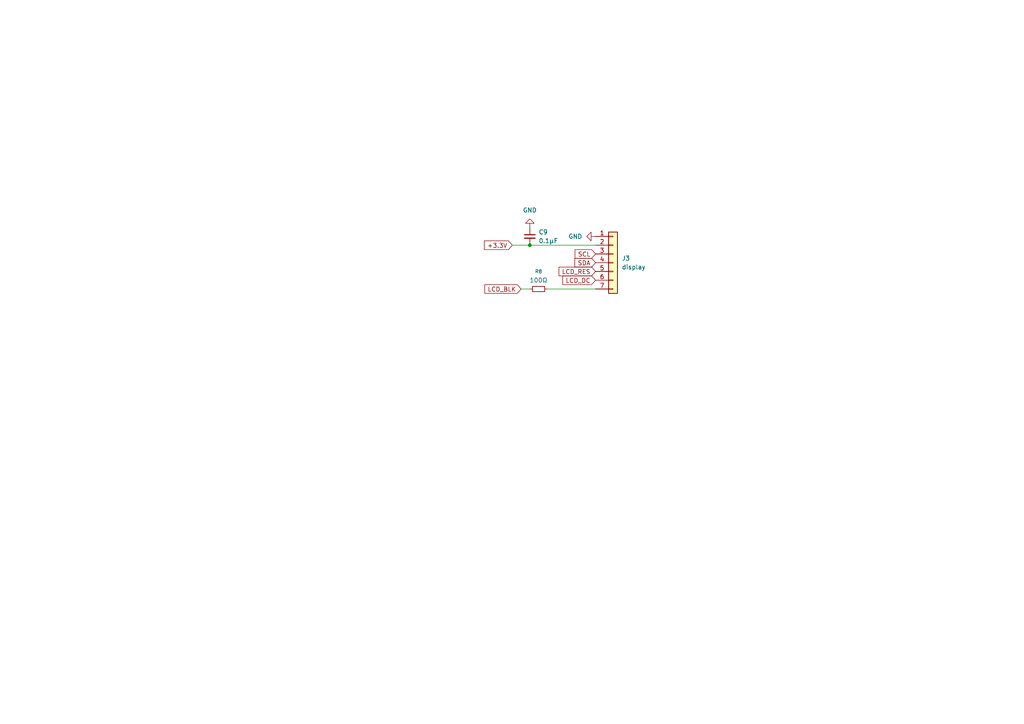
<source format=kicad_sch>
(kicad_sch (version 20250114) (generator "eeschema") (generator_version "9.0")
  (paper "A4")
  (lib_symbols
    (symbol "Connector_Generic:Conn_01x07" (pin_names (offset 1.016) (hide yes))
      (property "Reference" "J" (at 0 10.16 0))
      (property "Value" "Conn_01x07" (at 0 -10.16 0))
      (symbol "Conn_01x07_1_1"
        (rectangle (start -1.27 8.89) (end 1.27 -8.89) (stroke (width 0.254)) (fill (type background)))
        (rectangle (start -1.27 7.747) (end 0 7.493) (stroke (width 0.1524)))
        (rectangle (start -1.27 5.207) (end 0 4.953) (stroke (width 0.1524)))
        (rectangle (start -1.27 2.667) (end 0 2.413) (stroke (width 0.1524)))
        (rectangle (start -1.27 0.127) (end 0 -0.127) (stroke (width 0.1524)))
        (rectangle (start -1.27 -2.413) (end 0 -2.667) (stroke (width 0.1524)))
        (rectangle (start -1.27 -4.953) (end 0 -5.207) (stroke (width 0.1524)))
        (rectangle (start -1.27 -7.493) (end 0 -7.747) (stroke (width 0.1524)))
        (pin passive line (at -5.08 7.62 0) (length 3.81) (name "Pin_1") (number "1"))
        (pin passive line (at -5.08 5.08 0) (length 3.81) (name "Pin_2") (number "2"))
        (pin passive line (at -5.08 2.54 0) (length 3.81) (name "Pin_3") (number "3"))
        (pin passive line (at -5.08 0 0) (length 3.81) (name "Pin_4") (number "4"))
        (pin passive line (at -5.08 -2.54 0) (length 3.81) (name "Pin_5") (number "5"))
        (pin passive line (at -5.08 -5.08 0) (length 3.81) (name "Pin_6") (number "6"))
        (pin passive line (at -5.08 -7.62 0) (length 3.81) (name "Pin_7") (number "7"))
      )
    )
    (symbol "Device:C_Small" (pin_numbers (hide yes)) (pin_names (offset 0.254) (hide yes))
      (property "Reference" "C" (at 0.254 1.778 0))
      (property "Value" "C_Small" (at 0.254 -2.032 0))
      (symbol "C_Small_0_1"
        (polyline (pts (xy -1.524 0.508) (xy 1.524 0.508)) (stroke (width 0.3048)))
        (polyline (pts (xy -1.524 -0.508) (xy 1.524 -0.508)) (stroke (width 0.3302)))
      )
      (symbol "C_Small_1_1"
        (pin passive line (at 0 2.54 270) (length 2.032) (name "~") (number "1"))
        (pin passive line (at 0 -2.54 90) (length 2.032) (name "~") (number "2"))
      )
    )
    (symbol "Device:R_Small" (pin_numbers (hide yes)) (pin_names (offset 0.254) (hide yes))
      (property "Reference" "R" (at 0 0 90))
      (property "Value" "R_Small" (at 1.778 0 90))
      (symbol "R_Small_0_1"
        (rectangle (start -0.762 1.778) (end 0.762 -1.778) (stroke (width 0.2032)))
      )
      (symbol "R_Small_1_1"
        (pin passive line (at 0 2.54 270) (length 0.762) (name "~") (number "1"))
        (pin passive line (at 0 -2.54 90) (length 0.762) (name "~") (number "2"))
      )
    )
    (symbol "power:GND" (power) (pin_numbers (hide yes)) (pin_names (offset 0) (hide yes))
      (property "Value" "GND" (at 0 -3.81 0))
      (symbol "GND_0_1"
        (polyline (pts (xy 0 0) (xy 0 -1.27) (xy 1.27 -1.27) (xy 0 -2.54) (xy -1.27 -1.27) (xy 0 -1.27)))
      )
      (symbol "GND_1_1"
        (pin power_in line (at 0 0 270) (length 0) (name "~") (number "1"))
      )
    )
  )
  (junction (at 153.67 71.12))
  (wire (pts (xy 153.67 83.82) (xy 151.13 83.82)))
  (wire (pts (xy 158.75 83.82) (xy 172.72 83.82)))
  (wire (pts (xy 148.59 71.12) (xy 153.67 71.12)))
  (wire (pts (xy 153.67 71.12) (xy 172.72 71.12)))
  (global_label "SCL" (shape input) (at 172.72 73.66 180) (property "Intersheetrefs" "${INTERSHEET_REFS}" (effects (hide yes))))
  (global_label "+3.3V" (shape input) (at 148.59 71.12 180) (property "Intersheetrefs" "${INTERSHEET_REFS}" (effects (hide yes))))
  (global_label "SDA" (shape input) (at 172.72 76.2 180) (property "Intersheetrefs" "${INTERSHEET_REFS}" (effects (hide yes))))
  (global_label "LCD_RES" (shape input) (at 172.72 78.74 180) (property "Intersheetrefs" "${INTERSHEET_REFS}" (effects (hide yes))))
  (global_label "LCD_DC" (shape input) (at 172.72 81.28 180) (property "Intersheetrefs" "${INTERSHEET_REFS}" (effects (hide yes))))
  (global_label "LCD_BLK" (shape input) (at 151.13 83.82 180) (property "Intersheetrefs" "${INTERSHEET_REFS}" (effects (hide yes))))
  (symbol (lib_id "Connector_Generic:Conn_01x07") (at 177.8 76.2 0) (unit 1)
    (property "Reference" "J3" (at 180.34 74.9299 0) (effects (justify left)))
    (property "Value" "display" (at 180.34 77.4699 0) (effects (justify left)))
    (property "Footprint" "Connector_PinSocket_2.54mm:PinSocket_1x07_P2.54mm_Vertical" (effects (hide yes)))
    (property "Description" "Generic connector, single row, 01x07, script generated (kicad-library-utils/schlib/autogen/connector/)" (effects (hide yes)))
  )
  (symbol (lib_id "Device:R_Small") (at 156.21 83.82 90) (unit 1)
    (property "Reference" "R8" (at 156.21 78.74 90) (effects (font (size 1.016 1.016))))
    (property "Value" "100Ω" (at 156.21 81.28 90))
    (property "Footprint" "Resistor_SMD:R_0603_1608Metric_Pad0.98x0.95mm_HandSolder" (effects (hide yes)))
    (property "Description" "Resistor, small symbol" (effects (hide yes)))
  )
  (symbol (lib_id "power:GND") (at 153.67 66.04 180) (unit 1)
    (property "Reference" "#PWR023" (effects (hide yes)))
    (property "Value" "GND" (at 153.67 60.96 0))
    (property "Description" "Power symbol creates a global label with name \"GND\" , ground" (effects (hide yes)))
  )
  (symbol (lib_id "power:GND") (at 172.72 68.58 270) (unit 1)
    (property "Reference" "#PWR022" (effects (hide yes)))
    (property "Value" "GND" (at 168.91 68.5799 90) (effects (justify right)))
    (property "Description" "Power symbol creates a global label with name \"GND\" , ground" (effects (hide yes)))
  )
  (symbol (lib_id "Device:C_Small") (at 153.67 68.58 0) (unit 1)
    (property "Reference" "C9" (at 156.21 67.3162 0) (effects (justify left)))
    (property "Value" "0.1μF" (at 156.21 69.8562 0) (effects (justify left)))
    (property "Footprint" "Capacitor_SMD:C_0603_1608Metric_Pad1.08x0.95mm_HandSolder" (effects (hide yes)))
    (property "Description" "Unpolarized capacitor, small symbol" (effects (hide yes)))
  )
)
</source>
